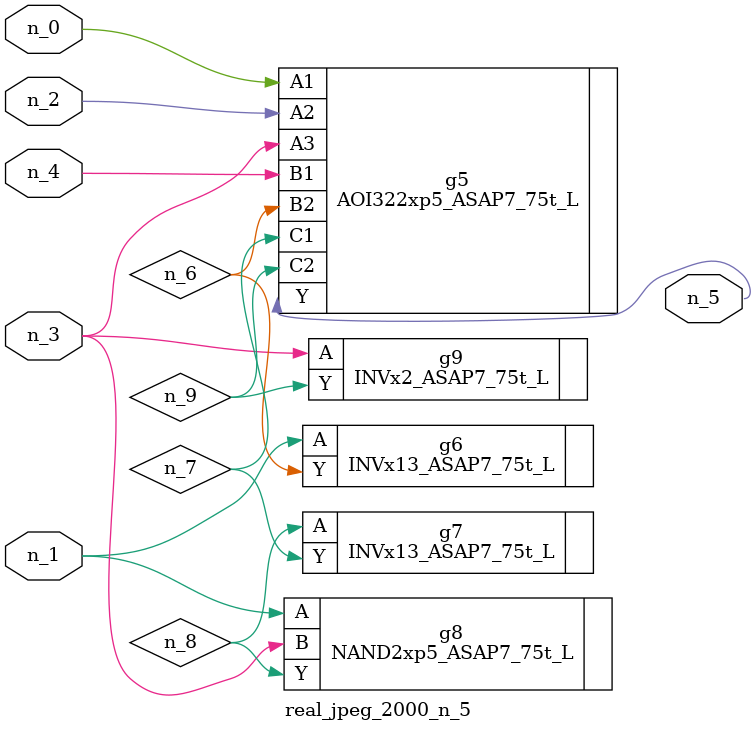
<source format=v>
module real_jpeg_2000_n_5 (n_4, n_0, n_1, n_2, n_3, n_5);

input n_4;
input n_0;
input n_1;
input n_2;
input n_3;

output n_5;

wire n_8;
wire n_6;
wire n_7;
wire n_9;

AOI322xp5_ASAP7_75t_L g5 ( 
.A1(n_0),
.A2(n_2),
.A3(n_3),
.B1(n_4),
.B2(n_6),
.C1(n_7),
.C2(n_9),
.Y(n_5)
);

INVx13_ASAP7_75t_L g6 ( 
.A(n_1),
.Y(n_6)
);

NAND2xp5_ASAP7_75t_L g8 ( 
.A(n_1),
.B(n_3),
.Y(n_8)
);

INVx2_ASAP7_75t_L g9 ( 
.A(n_3),
.Y(n_9)
);

INVx13_ASAP7_75t_L g7 ( 
.A(n_8),
.Y(n_7)
);


endmodule
</source>
